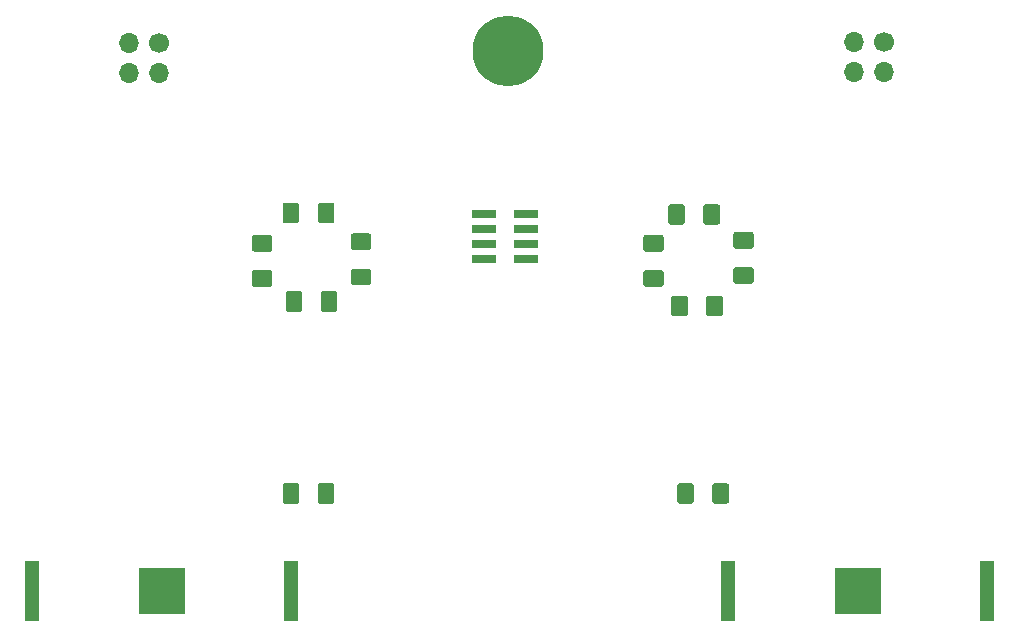
<source format=gbr>
G04 #@! TF.GenerationSoftware,KiCad,Pcbnew,(5.0.0)*
G04 #@! TF.CreationDate,2018-11-20T12:56:54-05:00*
G04 #@! TF.ProjectId,BsidesRock2019,427369646573526F636B323031392E6B,rev?*
G04 #@! TF.SameCoordinates,Original*
G04 #@! TF.FileFunction,Soldermask,Bot*
G04 #@! TF.FilePolarity,Negative*
%FSLAX46Y46*%
G04 Gerber Fmt 4.6, Leading zero omitted, Abs format (unit mm)*
G04 Created by KiCad (PCBNEW (5.0.0)) date 11/20/18 12:56:54*
%MOMM*%
%LPD*%
G01*
G04 APERTURE LIST*
%ADD10R,3.960000X3.960000*%
%ADD11R,1.270000X5.080000*%
%ADD12C,0.100000*%
%ADD13C,1.425000*%
%ADD14O,1.700000X1.700000*%
%ADD15C,1.700000*%
%ADD16C,6.000000*%
%ADD17R,2.100000X0.750000*%
G04 APERTURE END LIST*
D10*
G04 #@! TO.C,BT-2032-1*
X175895000Y-87630000D03*
D11*
X186880000Y-87630000D03*
X164910000Y-87630000D03*
G04 #@! TD*
G04 #@! TO.C,BT-2032-2*
X105982000Y-87630000D03*
X127952000Y-87630000D03*
D10*
X116967000Y-87630000D03*
G04 #@! TD*
D12*
G04 #@! TO.C,R56-Ohm10*
G36*
X166892504Y-60212204D02*
X166916773Y-60215804D01*
X166940571Y-60221765D01*
X166963671Y-60230030D01*
X166985849Y-60240520D01*
X167006893Y-60253133D01*
X167026598Y-60267747D01*
X167044777Y-60284223D01*
X167061253Y-60302402D01*
X167075867Y-60322107D01*
X167088480Y-60343151D01*
X167098970Y-60365329D01*
X167107235Y-60388429D01*
X167113196Y-60412227D01*
X167116796Y-60436496D01*
X167118000Y-60461000D01*
X167118000Y-61386000D01*
X167116796Y-61410504D01*
X167113196Y-61434773D01*
X167107235Y-61458571D01*
X167098970Y-61481671D01*
X167088480Y-61503849D01*
X167075867Y-61524893D01*
X167061253Y-61544598D01*
X167044777Y-61562777D01*
X167026598Y-61579253D01*
X167006893Y-61593867D01*
X166985849Y-61606480D01*
X166963671Y-61616970D01*
X166940571Y-61625235D01*
X166916773Y-61631196D01*
X166892504Y-61634796D01*
X166868000Y-61636000D01*
X165618000Y-61636000D01*
X165593496Y-61634796D01*
X165569227Y-61631196D01*
X165545429Y-61625235D01*
X165522329Y-61616970D01*
X165500151Y-61606480D01*
X165479107Y-61593867D01*
X165459402Y-61579253D01*
X165441223Y-61562777D01*
X165424747Y-61544598D01*
X165410133Y-61524893D01*
X165397520Y-61503849D01*
X165387030Y-61481671D01*
X165378765Y-61458571D01*
X165372804Y-61434773D01*
X165369204Y-61410504D01*
X165368000Y-61386000D01*
X165368000Y-60461000D01*
X165369204Y-60436496D01*
X165372804Y-60412227D01*
X165378765Y-60388429D01*
X165387030Y-60365329D01*
X165397520Y-60343151D01*
X165410133Y-60322107D01*
X165424747Y-60302402D01*
X165441223Y-60284223D01*
X165459402Y-60267747D01*
X165479107Y-60253133D01*
X165500151Y-60240520D01*
X165522329Y-60230030D01*
X165545429Y-60221765D01*
X165569227Y-60215804D01*
X165593496Y-60212204D01*
X165618000Y-60211000D01*
X166868000Y-60211000D01*
X166892504Y-60212204D01*
X166892504Y-60212204D01*
G37*
D13*
X166243000Y-60923500D03*
D12*
G36*
X166892504Y-57237204D02*
X166916773Y-57240804D01*
X166940571Y-57246765D01*
X166963671Y-57255030D01*
X166985849Y-57265520D01*
X167006893Y-57278133D01*
X167026598Y-57292747D01*
X167044777Y-57309223D01*
X167061253Y-57327402D01*
X167075867Y-57347107D01*
X167088480Y-57368151D01*
X167098970Y-57390329D01*
X167107235Y-57413429D01*
X167113196Y-57437227D01*
X167116796Y-57461496D01*
X167118000Y-57486000D01*
X167118000Y-58411000D01*
X167116796Y-58435504D01*
X167113196Y-58459773D01*
X167107235Y-58483571D01*
X167098970Y-58506671D01*
X167088480Y-58528849D01*
X167075867Y-58549893D01*
X167061253Y-58569598D01*
X167044777Y-58587777D01*
X167026598Y-58604253D01*
X167006893Y-58618867D01*
X166985849Y-58631480D01*
X166963671Y-58641970D01*
X166940571Y-58650235D01*
X166916773Y-58656196D01*
X166892504Y-58659796D01*
X166868000Y-58661000D01*
X165618000Y-58661000D01*
X165593496Y-58659796D01*
X165569227Y-58656196D01*
X165545429Y-58650235D01*
X165522329Y-58641970D01*
X165500151Y-58631480D01*
X165479107Y-58618867D01*
X165459402Y-58604253D01*
X165441223Y-58587777D01*
X165424747Y-58569598D01*
X165410133Y-58549893D01*
X165397520Y-58528849D01*
X165387030Y-58506671D01*
X165378765Y-58483571D01*
X165372804Y-58459773D01*
X165369204Y-58435504D01*
X165368000Y-58411000D01*
X165368000Y-57486000D01*
X165369204Y-57461496D01*
X165372804Y-57437227D01*
X165378765Y-57413429D01*
X165387030Y-57390329D01*
X165397520Y-57368151D01*
X165410133Y-57347107D01*
X165424747Y-57327402D01*
X165441223Y-57309223D01*
X165459402Y-57292747D01*
X165479107Y-57278133D01*
X165500151Y-57265520D01*
X165522329Y-57255030D01*
X165545429Y-57246765D01*
X165569227Y-57240804D01*
X165593496Y-57237204D01*
X165618000Y-57236000D01*
X166868000Y-57236000D01*
X166892504Y-57237204D01*
X166892504Y-57237204D01*
G37*
D13*
X166243000Y-57948500D03*
G04 #@! TD*
D12*
G04 #@! TO.C,R56-Ohm8*
G36*
X161051504Y-54879204D02*
X161075773Y-54882804D01*
X161099571Y-54888765D01*
X161122671Y-54897030D01*
X161144849Y-54907520D01*
X161165893Y-54920133D01*
X161185598Y-54934747D01*
X161203777Y-54951223D01*
X161220253Y-54969402D01*
X161234867Y-54989107D01*
X161247480Y-55010151D01*
X161257970Y-55032329D01*
X161266235Y-55055429D01*
X161272196Y-55079227D01*
X161275796Y-55103496D01*
X161277000Y-55128000D01*
X161277000Y-56378000D01*
X161275796Y-56402504D01*
X161272196Y-56426773D01*
X161266235Y-56450571D01*
X161257970Y-56473671D01*
X161247480Y-56495849D01*
X161234867Y-56516893D01*
X161220253Y-56536598D01*
X161203777Y-56554777D01*
X161185598Y-56571253D01*
X161165893Y-56585867D01*
X161144849Y-56598480D01*
X161122671Y-56608970D01*
X161099571Y-56617235D01*
X161075773Y-56623196D01*
X161051504Y-56626796D01*
X161027000Y-56628000D01*
X160102000Y-56628000D01*
X160077496Y-56626796D01*
X160053227Y-56623196D01*
X160029429Y-56617235D01*
X160006329Y-56608970D01*
X159984151Y-56598480D01*
X159963107Y-56585867D01*
X159943402Y-56571253D01*
X159925223Y-56554777D01*
X159908747Y-56536598D01*
X159894133Y-56516893D01*
X159881520Y-56495849D01*
X159871030Y-56473671D01*
X159862765Y-56450571D01*
X159856804Y-56426773D01*
X159853204Y-56402504D01*
X159852000Y-56378000D01*
X159852000Y-55128000D01*
X159853204Y-55103496D01*
X159856804Y-55079227D01*
X159862765Y-55055429D01*
X159871030Y-55032329D01*
X159881520Y-55010151D01*
X159894133Y-54989107D01*
X159908747Y-54969402D01*
X159925223Y-54951223D01*
X159943402Y-54934747D01*
X159963107Y-54920133D01*
X159984151Y-54907520D01*
X160006329Y-54897030D01*
X160029429Y-54888765D01*
X160053227Y-54882804D01*
X160077496Y-54879204D01*
X160102000Y-54878000D01*
X161027000Y-54878000D01*
X161051504Y-54879204D01*
X161051504Y-54879204D01*
G37*
D13*
X160564500Y-55753000D03*
D12*
G36*
X164026504Y-54879204D02*
X164050773Y-54882804D01*
X164074571Y-54888765D01*
X164097671Y-54897030D01*
X164119849Y-54907520D01*
X164140893Y-54920133D01*
X164160598Y-54934747D01*
X164178777Y-54951223D01*
X164195253Y-54969402D01*
X164209867Y-54989107D01*
X164222480Y-55010151D01*
X164232970Y-55032329D01*
X164241235Y-55055429D01*
X164247196Y-55079227D01*
X164250796Y-55103496D01*
X164252000Y-55128000D01*
X164252000Y-56378000D01*
X164250796Y-56402504D01*
X164247196Y-56426773D01*
X164241235Y-56450571D01*
X164232970Y-56473671D01*
X164222480Y-56495849D01*
X164209867Y-56516893D01*
X164195253Y-56536598D01*
X164178777Y-56554777D01*
X164160598Y-56571253D01*
X164140893Y-56585867D01*
X164119849Y-56598480D01*
X164097671Y-56608970D01*
X164074571Y-56617235D01*
X164050773Y-56623196D01*
X164026504Y-56626796D01*
X164002000Y-56628000D01*
X163077000Y-56628000D01*
X163052496Y-56626796D01*
X163028227Y-56623196D01*
X163004429Y-56617235D01*
X162981329Y-56608970D01*
X162959151Y-56598480D01*
X162938107Y-56585867D01*
X162918402Y-56571253D01*
X162900223Y-56554777D01*
X162883747Y-56536598D01*
X162869133Y-56516893D01*
X162856520Y-56495849D01*
X162846030Y-56473671D01*
X162837765Y-56450571D01*
X162831804Y-56426773D01*
X162828204Y-56402504D01*
X162827000Y-56378000D01*
X162827000Y-55128000D01*
X162828204Y-55103496D01*
X162831804Y-55079227D01*
X162837765Y-55055429D01*
X162846030Y-55032329D01*
X162856520Y-55010151D01*
X162869133Y-54989107D01*
X162883747Y-54969402D01*
X162900223Y-54951223D01*
X162918402Y-54934747D01*
X162938107Y-54920133D01*
X162959151Y-54907520D01*
X162981329Y-54897030D01*
X163004429Y-54888765D01*
X163028227Y-54882804D01*
X163052496Y-54879204D01*
X163077000Y-54878000D01*
X164002000Y-54878000D01*
X164026504Y-54879204D01*
X164026504Y-54879204D01*
G37*
D13*
X163539500Y-55753000D03*
G04 #@! TD*
D12*
G04 #@! TO.C,R56-Ohm9*
G36*
X164280504Y-62626204D02*
X164304773Y-62629804D01*
X164328571Y-62635765D01*
X164351671Y-62644030D01*
X164373849Y-62654520D01*
X164394893Y-62667133D01*
X164414598Y-62681747D01*
X164432777Y-62698223D01*
X164449253Y-62716402D01*
X164463867Y-62736107D01*
X164476480Y-62757151D01*
X164486970Y-62779329D01*
X164495235Y-62802429D01*
X164501196Y-62826227D01*
X164504796Y-62850496D01*
X164506000Y-62875000D01*
X164506000Y-64125000D01*
X164504796Y-64149504D01*
X164501196Y-64173773D01*
X164495235Y-64197571D01*
X164486970Y-64220671D01*
X164476480Y-64242849D01*
X164463867Y-64263893D01*
X164449253Y-64283598D01*
X164432777Y-64301777D01*
X164414598Y-64318253D01*
X164394893Y-64332867D01*
X164373849Y-64345480D01*
X164351671Y-64355970D01*
X164328571Y-64364235D01*
X164304773Y-64370196D01*
X164280504Y-64373796D01*
X164256000Y-64375000D01*
X163331000Y-64375000D01*
X163306496Y-64373796D01*
X163282227Y-64370196D01*
X163258429Y-64364235D01*
X163235329Y-64355970D01*
X163213151Y-64345480D01*
X163192107Y-64332867D01*
X163172402Y-64318253D01*
X163154223Y-64301777D01*
X163137747Y-64283598D01*
X163123133Y-64263893D01*
X163110520Y-64242849D01*
X163100030Y-64220671D01*
X163091765Y-64197571D01*
X163085804Y-64173773D01*
X163082204Y-64149504D01*
X163081000Y-64125000D01*
X163081000Y-62875000D01*
X163082204Y-62850496D01*
X163085804Y-62826227D01*
X163091765Y-62802429D01*
X163100030Y-62779329D01*
X163110520Y-62757151D01*
X163123133Y-62736107D01*
X163137747Y-62716402D01*
X163154223Y-62698223D01*
X163172402Y-62681747D01*
X163192107Y-62667133D01*
X163213151Y-62654520D01*
X163235329Y-62644030D01*
X163258429Y-62635765D01*
X163282227Y-62629804D01*
X163306496Y-62626204D01*
X163331000Y-62625000D01*
X164256000Y-62625000D01*
X164280504Y-62626204D01*
X164280504Y-62626204D01*
G37*
D13*
X163793500Y-63500000D03*
D12*
G36*
X161305504Y-62626204D02*
X161329773Y-62629804D01*
X161353571Y-62635765D01*
X161376671Y-62644030D01*
X161398849Y-62654520D01*
X161419893Y-62667133D01*
X161439598Y-62681747D01*
X161457777Y-62698223D01*
X161474253Y-62716402D01*
X161488867Y-62736107D01*
X161501480Y-62757151D01*
X161511970Y-62779329D01*
X161520235Y-62802429D01*
X161526196Y-62826227D01*
X161529796Y-62850496D01*
X161531000Y-62875000D01*
X161531000Y-64125000D01*
X161529796Y-64149504D01*
X161526196Y-64173773D01*
X161520235Y-64197571D01*
X161511970Y-64220671D01*
X161501480Y-64242849D01*
X161488867Y-64263893D01*
X161474253Y-64283598D01*
X161457777Y-64301777D01*
X161439598Y-64318253D01*
X161419893Y-64332867D01*
X161398849Y-64345480D01*
X161376671Y-64355970D01*
X161353571Y-64364235D01*
X161329773Y-64370196D01*
X161305504Y-64373796D01*
X161281000Y-64375000D01*
X160356000Y-64375000D01*
X160331496Y-64373796D01*
X160307227Y-64370196D01*
X160283429Y-64364235D01*
X160260329Y-64355970D01*
X160238151Y-64345480D01*
X160217107Y-64332867D01*
X160197402Y-64318253D01*
X160179223Y-64301777D01*
X160162747Y-64283598D01*
X160148133Y-64263893D01*
X160135520Y-64242849D01*
X160125030Y-64220671D01*
X160116765Y-64197571D01*
X160110804Y-64173773D01*
X160107204Y-64149504D01*
X160106000Y-64125000D01*
X160106000Y-62875000D01*
X160107204Y-62850496D01*
X160110804Y-62826227D01*
X160116765Y-62802429D01*
X160125030Y-62779329D01*
X160135520Y-62757151D01*
X160148133Y-62736107D01*
X160162747Y-62716402D01*
X160179223Y-62698223D01*
X160197402Y-62681747D01*
X160217107Y-62667133D01*
X160238151Y-62654520D01*
X160260329Y-62644030D01*
X160283429Y-62635765D01*
X160307227Y-62629804D01*
X160331496Y-62626204D01*
X160356000Y-62625000D01*
X161281000Y-62625000D01*
X161305504Y-62626204D01*
X161305504Y-62626204D01*
G37*
D13*
X160818500Y-63500000D03*
G04 #@! TD*
D12*
G04 #@! TO.C,R56-Ohm1*
G36*
X126125504Y-60466204D02*
X126149773Y-60469804D01*
X126173571Y-60475765D01*
X126196671Y-60484030D01*
X126218849Y-60494520D01*
X126239893Y-60507133D01*
X126259598Y-60521747D01*
X126277777Y-60538223D01*
X126294253Y-60556402D01*
X126308867Y-60576107D01*
X126321480Y-60597151D01*
X126331970Y-60619329D01*
X126340235Y-60642429D01*
X126346196Y-60666227D01*
X126349796Y-60690496D01*
X126351000Y-60715000D01*
X126351000Y-61640000D01*
X126349796Y-61664504D01*
X126346196Y-61688773D01*
X126340235Y-61712571D01*
X126331970Y-61735671D01*
X126321480Y-61757849D01*
X126308867Y-61778893D01*
X126294253Y-61798598D01*
X126277777Y-61816777D01*
X126259598Y-61833253D01*
X126239893Y-61847867D01*
X126218849Y-61860480D01*
X126196671Y-61870970D01*
X126173571Y-61879235D01*
X126149773Y-61885196D01*
X126125504Y-61888796D01*
X126101000Y-61890000D01*
X124851000Y-61890000D01*
X124826496Y-61888796D01*
X124802227Y-61885196D01*
X124778429Y-61879235D01*
X124755329Y-61870970D01*
X124733151Y-61860480D01*
X124712107Y-61847867D01*
X124692402Y-61833253D01*
X124674223Y-61816777D01*
X124657747Y-61798598D01*
X124643133Y-61778893D01*
X124630520Y-61757849D01*
X124620030Y-61735671D01*
X124611765Y-61712571D01*
X124605804Y-61688773D01*
X124602204Y-61664504D01*
X124601000Y-61640000D01*
X124601000Y-60715000D01*
X124602204Y-60690496D01*
X124605804Y-60666227D01*
X124611765Y-60642429D01*
X124620030Y-60619329D01*
X124630520Y-60597151D01*
X124643133Y-60576107D01*
X124657747Y-60556402D01*
X124674223Y-60538223D01*
X124692402Y-60521747D01*
X124712107Y-60507133D01*
X124733151Y-60494520D01*
X124755329Y-60484030D01*
X124778429Y-60475765D01*
X124802227Y-60469804D01*
X124826496Y-60466204D01*
X124851000Y-60465000D01*
X126101000Y-60465000D01*
X126125504Y-60466204D01*
X126125504Y-60466204D01*
G37*
D13*
X125476000Y-61177500D03*
D12*
G36*
X126125504Y-57491204D02*
X126149773Y-57494804D01*
X126173571Y-57500765D01*
X126196671Y-57509030D01*
X126218849Y-57519520D01*
X126239893Y-57532133D01*
X126259598Y-57546747D01*
X126277777Y-57563223D01*
X126294253Y-57581402D01*
X126308867Y-57601107D01*
X126321480Y-57622151D01*
X126331970Y-57644329D01*
X126340235Y-57667429D01*
X126346196Y-57691227D01*
X126349796Y-57715496D01*
X126351000Y-57740000D01*
X126351000Y-58665000D01*
X126349796Y-58689504D01*
X126346196Y-58713773D01*
X126340235Y-58737571D01*
X126331970Y-58760671D01*
X126321480Y-58782849D01*
X126308867Y-58803893D01*
X126294253Y-58823598D01*
X126277777Y-58841777D01*
X126259598Y-58858253D01*
X126239893Y-58872867D01*
X126218849Y-58885480D01*
X126196671Y-58895970D01*
X126173571Y-58904235D01*
X126149773Y-58910196D01*
X126125504Y-58913796D01*
X126101000Y-58915000D01*
X124851000Y-58915000D01*
X124826496Y-58913796D01*
X124802227Y-58910196D01*
X124778429Y-58904235D01*
X124755329Y-58895970D01*
X124733151Y-58885480D01*
X124712107Y-58872867D01*
X124692402Y-58858253D01*
X124674223Y-58841777D01*
X124657747Y-58823598D01*
X124643133Y-58803893D01*
X124630520Y-58782849D01*
X124620030Y-58760671D01*
X124611765Y-58737571D01*
X124605804Y-58713773D01*
X124602204Y-58689504D01*
X124601000Y-58665000D01*
X124601000Y-57740000D01*
X124602204Y-57715496D01*
X124605804Y-57691227D01*
X124611765Y-57667429D01*
X124620030Y-57644329D01*
X124630520Y-57622151D01*
X124643133Y-57601107D01*
X124657747Y-57581402D01*
X124674223Y-57563223D01*
X124692402Y-57546747D01*
X124712107Y-57532133D01*
X124733151Y-57519520D01*
X124755329Y-57509030D01*
X124778429Y-57500765D01*
X124802227Y-57494804D01*
X124826496Y-57491204D01*
X124851000Y-57490000D01*
X126101000Y-57490000D01*
X126125504Y-57491204D01*
X126125504Y-57491204D01*
G37*
D13*
X125476000Y-58202500D03*
G04 #@! TD*
D12*
G04 #@! TO.C,R56-Ohm2*
G36*
X134507504Y-57364204D02*
X134531773Y-57367804D01*
X134555571Y-57373765D01*
X134578671Y-57382030D01*
X134600849Y-57392520D01*
X134621893Y-57405133D01*
X134641598Y-57419747D01*
X134659777Y-57436223D01*
X134676253Y-57454402D01*
X134690867Y-57474107D01*
X134703480Y-57495151D01*
X134713970Y-57517329D01*
X134722235Y-57540429D01*
X134728196Y-57564227D01*
X134731796Y-57588496D01*
X134733000Y-57613000D01*
X134733000Y-58538000D01*
X134731796Y-58562504D01*
X134728196Y-58586773D01*
X134722235Y-58610571D01*
X134713970Y-58633671D01*
X134703480Y-58655849D01*
X134690867Y-58676893D01*
X134676253Y-58696598D01*
X134659777Y-58714777D01*
X134641598Y-58731253D01*
X134621893Y-58745867D01*
X134600849Y-58758480D01*
X134578671Y-58768970D01*
X134555571Y-58777235D01*
X134531773Y-58783196D01*
X134507504Y-58786796D01*
X134483000Y-58788000D01*
X133233000Y-58788000D01*
X133208496Y-58786796D01*
X133184227Y-58783196D01*
X133160429Y-58777235D01*
X133137329Y-58768970D01*
X133115151Y-58758480D01*
X133094107Y-58745867D01*
X133074402Y-58731253D01*
X133056223Y-58714777D01*
X133039747Y-58696598D01*
X133025133Y-58676893D01*
X133012520Y-58655849D01*
X133002030Y-58633671D01*
X132993765Y-58610571D01*
X132987804Y-58586773D01*
X132984204Y-58562504D01*
X132983000Y-58538000D01*
X132983000Y-57613000D01*
X132984204Y-57588496D01*
X132987804Y-57564227D01*
X132993765Y-57540429D01*
X133002030Y-57517329D01*
X133012520Y-57495151D01*
X133025133Y-57474107D01*
X133039747Y-57454402D01*
X133056223Y-57436223D01*
X133074402Y-57419747D01*
X133094107Y-57405133D01*
X133115151Y-57392520D01*
X133137329Y-57382030D01*
X133160429Y-57373765D01*
X133184227Y-57367804D01*
X133208496Y-57364204D01*
X133233000Y-57363000D01*
X134483000Y-57363000D01*
X134507504Y-57364204D01*
X134507504Y-57364204D01*
G37*
D13*
X133858000Y-58075500D03*
D12*
G36*
X134507504Y-60339204D02*
X134531773Y-60342804D01*
X134555571Y-60348765D01*
X134578671Y-60357030D01*
X134600849Y-60367520D01*
X134621893Y-60380133D01*
X134641598Y-60394747D01*
X134659777Y-60411223D01*
X134676253Y-60429402D01*
X134690867Y-60449107D01*
X134703480Y-60470151D01*
X134713970Y-60492329D01*
X134722235Y-60515429D01*
X134728196Y-60539227D01*
X134731796Y-60563496D01*
X134733000Y-60588000D01*
X134733000Y-61513000D01*
X134731796Y-61537504D01*
X134728196Y-61561773D01*
X134722235Y-61585571D01*
X134713970Y-61608671D01*
X134703480Y-61630849D01*
X134690867Y-61651893D01*
X134676253Y-61671598D01*
X134659777Y-61689777D01*
X134641598Y-61706253D01*
X134621893Y-61720867D01*
X134600849Y-61733480D01*
X134578671Y-61743970D01*
X134555571Y-61752235D01*
X134531773Y-61758196D01*
X134507504Y-61761796D01*
X134483000Y-61763000D01*
X133233000Y-61763000D01*
X133208496Y-61761796D01*
X133184227Y-61758196D01*
X133160429Y-61752235D01*
X133137329Y-61743970D01*
X133115151Y-61733480D01*
X133094107Y-61720867D01*
X133074402Y-61706253D01*
X133056223Y-61689777D01*
X133039747Y-61671598D01*
X133025133Y-61651893D01*
X133012520Y-61630849D01*
X133002030Y-61608671D01*
X132993765Y-61585571D01*
X132987804Y-61561773D01*
X132984204Y-61537504D01*
X132983000Y-61513000D01*
X132983000Y-60588000D01*
X132984204Y-60563496D01*
X132987804Y-60539227D01*
X132993765Y-60515429D01*
X133002030Y-60492329D01*
X133012520Y-60470151D01*
X133025133Y-60449107D01*
X133039747Y-60429402D01*
X133056223Y-60411223D01*
X133074402Y-60394747D01*
X133094107Y-60380133D01*
X133115151Y-60367520D01*
X133137329Y-60357030D01*
X133160429Y-60348765D01*
X133184227Y-60342804D01*
X133208496Y-60339204D01*
X133233000Y-60338000D01*
X134483000Y-60338000D01*
X134507504Y-60339204D01*
X134507504Y-60339204D01*
G37*
D13*
X133858000Y-61050500D03*
G04 #@! TD*
D12*
G04 #@! TO.C,R56-Ohm3*
G36*
X128412504Y-54752204D02*
X128436773Y-54755804D01*
X128460571Y-54761765D01*
X128483671Y-54770030D01*
X128505849Y-54780520D01*
X128526893Y-54793133D01*
X128546598Y-54807747D01*
X128564777Y-54824223D01*
X128581253Y-54842402D01*
X128595867Y-54862107D01*
X128608480Y-54883151D01*
X128618970Y-54905329D01*
X128627235Y-54928429D01*
X128633196Y-54952227D01*
X128636796Y-54976496D01*
X128638000Y-55001000D01*
X128638000Y-56251000D01*
X128636796Y-56275504D01*
X128633196Y-56299773D01*
X128627235Y-56323571D01*
X128618970Y-56346671D01*
X128608480Y-56368849D01*
X128595867Y-56389893D01*
X128581253Y-56409598D01*
X128564777Y-56427777D01*
X128546598Y-56444253D01*
X128526893Y-56458867D01*
X128505849Y-56471480D01*
X128483671Y-56481970D01*
X128460571Y-56490235D01*
X128436773Y-56496196D01*
X128412504Y-56499796D01*
X128388000Y-56501000D01*
X127463000Y-56501000D01*
X127438496Y-56499796D01*
X127414227Y-56496196D01*
X127390429Y-56490235D01*
X127367329Y-56481970D01*
X127345151Y-56471480D01*
X127324107Y-56458867D01*
X127304402Y-56444253D01*
X127286223Y-56427777D01*
X127269747Y-56409598D01*
X127255133Y-56389893D01*
X127242520Y-56368849D01*
X127232030Y-56346671D01*
X127223765Y-56323571D01*
X127217804Y-56299773D01*
X127214204Y-56275504D01*
X127213000Y-56251000D01*
X127213000Y-55001000D01*
X127214204Y-54976496D01*
X127217804Y-54952227D01*
X127223765Y-54928429D01*
X127232030Y-54905329D01*
X127242520Y-54883151D01*
X127255133Y-54862107D01*
X127269747Y-54842402D01*
X127286223Y-54824223D01*
X127304402Y-54807747D01*
X127324107Y-54793133D01*
X127345151Y-54780520D01*
X127367329Y-54770030D01*
X127390429Y-54761765D01*
X127414227Y-54755804D01*
X127438496Y-54752204D01*
X127463000Y-54751000D01*
X128388000Y-54751000D01*
X128412504Y-54752204D01*
X128412504Y-54752204D01*
G37*
D13*
X127925500Y-55626000D03*
D12*
G36*
X131387504Y-54752204D02*
X131411773Y-54755804D01*
X131435571Y-54761765D01*
X131458671Y-54770030D01*
X131480849Y-54780520D01*
X131501893Y-54793133D01*
X131521598Y-54807747D01*
X131539777Y-54824223D01*
X131556253Y-54842402D01*
X131570867Y-54862107D01*
X131583480Y-54883151D01*
X131593970Y-54905329D01*
X131602235Y-54928429D01*
X131608196Y-54952227D01*
X131611796Y-54976496D01*
X131613000Y-55001000D01*
X131613000Y-56251000D01*
X131611796Y-56275504D01*
X131608196Y-56299773D01*
X131602235Y-56323571D01*
X131593970Y-56346671D01*
X131583480Y-56368849D01*
X131570867Y-56389893D01*
X131556253Y-56409598D01*
X131539777Y-56427777D01*
X131521598Y-56444253D01*
X131501893Y-56458867D01*
X131480849Y-56471480D01*
X131458671Y-56481970D01*
X131435571Y-56490235D01*
X131411773Y-56496196D01*
X131387504Y-56499796D01*
X131363000Y-56501000D01*
X130438000Y-56501000D01*
X130413496Y-56499796D01*
X130389227Y-56496196D01*
X130365429Y-56490235D01*
X130342329Y-56481970D01*
X130320151Y-56471480D01*
X130299107Y-56458867D01*
X130279402Y-56444253D01*
X130261223Y-56427777D01*
X130244747Y-56409598D01*
X130230133Y-56389893D01*
X130217520Y-56368849D01*
X130207030Y-56346671D01*
X130198765Y-56323571D01*
X130192804Y-56299773D01*
X130189204Y-56275504D01*
X130188000Y-56251000D01*
X130188000Y-55001000D01*
X130189204Y-54976496D01*
X130192804Y-54952227D01*
X130198765Y-54928429D01*
X130207030Y-54905329D01*
X130217520Y-54883151D01*
X130230133Y-54862107D01*
X130244747Y-54842402D01*
X130261223Y-54824223D01*
X130279402Y-54807747D01*
X130299107Y-54793133D01*
X130320151Y-54780520D01*
X130342329Y-54770030D01*
X130365429Y-54761765D01*
X130389227Y-54755804D01*
X130413496Y-54752204D01*
X130438000Y-54751000D01*
X131363000Y-54751000D01*
X131387504Y-54752204D01*
X131387504Y-54752204D01*
G37*
D13*
X130900500Y-55626000D03*
G04 #@! TD*
D12*
G04 #@! TO.C,R56-Ohm4*
G36*
X131387504Y-78501204D02*
X131411773Y-78504804D01*
X131435571Y-78510765D01*
X131458671Y-78519030D01*
X131480849Y-78529520D01*
X131501893Y-78542133D01*
X131521598Y-78556747D01*
X131539777Y-78573223D01*
X131556253Y-78591402D01*
X131570867Y-78611107D01*
X131583480Y-78632151D01*
X131593970Y-78654329D01*
X131602235Y-78677429D01*
X131608196Y-78701227D01*
X131611796Y-78725496D01*
X131613000Y-78750000D01*
X131613000Y-80000000D01*
X131611796Y-80024504D01*
X131608196Y-80048773D01*
X131602235Y-80072571D01*
X131593970Y-80095671D01*
X131583480Y-80117849D01*
X131570867Y-80138893D01*
X131556253Y-80158598D01*
X131539777Y-80176777D01*
X131521598Y-80193253D01*
X131501893Y-80207867D01*
X131480849Y-80220480D01*
X131458671Y-80230970D01*
X131435571Y-80239235D01*
X131411773Y-80245196D01*
X131387504Y-80248796D01*
X131363000Y-80250000D01*
X130438000Y-80250000D01*
X130413496Y-80248796D01*
X130389227Y-80245196D01*
X130365429Y-80239235D01*
X130342329Y-80230970D01*
X130320151Y-80220480D01*
X130299107Y-80207867D01*
X130279402Y-80193253D01*
X130261223Y-80176777D01*
X130244747Y-80158598D01*
X130230133Y-80138893D01*
X130217520Y-80117849D01*
X130207030Y-80095671D01*
X130198765Y-80072571D01*
X130192804Y-80048773D01*
X130189204Y-80024504D01*
X130188000Y-80000000D01*
X130188000Y-78750000D01*
X130189204Y-78725496D01*
X130192804Y-78701227D01*
X130198765Y-78677429D01*
X130207030Y-78654329D01*
X130217520Y-78632151D01*
X130230133Y-78611107D01*
X130244747Y-78591402D01*
X130261223Y-78573223D01*
X130279402Y-78556747D01*
X130299107Y-78542133D01*
X130320151Y-78529520D01*
X130342329Y-78519030D01*
X130365429Y-78510765D01*
X130389227Y-78504804D01*
X130413496Y-78501204D01*
X130438000Y-78500000D01*
X131363000Y-78500000D01*
X131387504Y-78501204D01*
X131387504Y-78501204D01*
G37*
D13*
X130900500Y-79375000D03*
D12*
G36*
X128412504Y-78501204D02*
X128436773Y-78504804D01*
X128460571Y-78510765D01*
X128483671Y-78519030D01*
X128505849Y-78529520D01*
X128526893Y-78542133D01*
X128546598Y-78556747D01*
X128564777Y-78573223D01*
X128581253Y-78591402D01*
X128595867Y-78611107D01*
X128608480Y-78632151D01*
X128618970Y-78654329D01*
X128627235Y-78677429D01*
X128633196Y-78701227D01*
X128636796Y-78725496D01*
X128638000Y-78750000D01*
X128638000Y-80000000D01*
X128636796Y-80024504D01*
X128633196Y-80048773D01*
X128627235Y-80072571D01*
X128618970Y-80095671D01*
X128608480Y-80117849D01*
X128595867Y-80138893D01*
X128581253Y-80158598D01*
X128564777Y-80176777D01*
X128546598Y-80193253D01*
X128526893Y-80207867D01*
X128505849Y-80220480D01*
X128483671Y-80230970D01*
X128460571Y-80239235D01*
X128436773Y-80245196D01*
X128412504Y-80248796D01*
X128388000Y-80250000D01*
X127463000Y-80250000D01*
X127438496Y-80248796D01*
X127414227Y-80245196D01*
X127390429Y-80239235D01*
X127367329Y-80230970D01*
X127345151Y-80220480D01*
X127324107Y-80207867D01*
X127304402Y-80193253D01*
X127286223Y-80176777D01*
X127269747Y-80158598D01*
X127255133Y-80138893D01*
X127242520Y-80117849D01*
X127232030Y-80095671D01*
X127223765Y-80072571D01*
X127217804Y-80048773D01*
X127214204Y-80024504D01*
X127213000Y-80000000D01*
X127213000Y-78750000D01*
X127214204Y-78725496D01*
X127217804Y-78701227D01*
X127223765Y-78677429D01*
X127232030Y-78654329D01*
X127242520Y-78632151D01*
X127255133Y-78611107D01*
X127269747Y-78591402D01*
X127286223Y-78573223D01*
X127304402Y-78556747D01*
X127324107Y-78542133D01*
X127345151Y-78529520D01*
X127367329Y-78519030D01*
X127390429Y-78510765D01*
X127414227Y-78504804D01*
X127438496Y-78501204D01*
X127463000Y-78500000D01*
X128388000Y-78500000D01*
X128412504Y-78501204D01*
X128412504Y-78501204D01*
G37*
D13*
X127925500Y-79375000D03*
G04 #@! TD*
D12*
G04 #@! TO.C,R56-Ohm5*
G36*
X128666504Y-62245204D02*
X128690773Y-62248804D01*
X128714571Y-62254765D01*
X128737671Y-62263030D01*
X128759849Y-62273520D01*
X128780893Y-62286133D01*
X128800598Y-62300747D01*
X128818777Y-62317223D01*
X128835253Y-62335402D01*
X128849867Y-62355107D01*
X128862480Y-62376151D01*
X128872970Y-62398329D01*
X128881235Y-62421429D01*
X128887196Y-62445227D01*
X128890796Y-62469496D01*
X128892000Y-62494000D01*
X128892000Y-63744000D01*
X128890796Y-63768504D01*
X128887196Y-63792773D01*
X128881235Y-63816571D01*
X128872970Y-63839671D01*
X128862480Y-63861849D01*
X128849867Y-63882893D01*
X128835253Y-63902598D01*
X128818777Y-63920777D01*
X128800598Y-63937253D01*
X128780893Y-63951867D01*
X128759849Y-63964480D01*
X128737671Y-63974970D01*
X128714571Y-63983235D01*
X128690773Y-63989196D01*
X128666504Y-63992796D01*
X128642000Y-63994000D01*
X127717000Y-63994000D01*
X127692496Y-63992796D01*
X127668227Y-63989196D01*
X127644429Y-63983235D01*
X127621329Y-63974970D01*
X127599151Y-63964480D01*
X127578107Y-63951867D01*
X127558402Y-63937253D01*
X127540223Y-63920777D01*
X127523747Y-63902598D01*
X127509133Y-63882893D01*
X127496520Y-63861849D01*
X127486030Y-63839671D01*
X127477765Y-63816571D01*
X127471804Y-63792773D01*
X127468204Y-63768504D01*
X127467000Y-63744000D01*
X127467000Y-62494000D01*
X127468204Y-62469496D01*
X127471804Y-62445227D01*
X127477765Y-62421429D01*
X127486030Y-62398329D01*
X127496520Y-62376151D01*
X127509133Y-62355107D01*
X127523747Y-62335402D01*
X127540223Y-62317223D01*
X127558402Y-62300747D01*
X127578107Y-62286133D01*
X127599151Y-62273520D01*
X127621329Y-62263030D01*
X127644429Y-62254765D01*
X127668227Y-62248804D01*
X127692496Y-62245204D01*
X127717000Y-62244000D01*
X128642000Y-62244000D01*
X128666504Y-62245204D01*
X128666504Y-62245204D01*
G37*
D13*
X128179500Y-63119000D03*
D12*
G36*
X131641504Y-62245204D02*
X131665773Y-62248804D01*
X131689571Y-62254765D01*
X131712671Y-62263030D01*
X131734849Y-62273520D01*
X131755893Y-62286133D01*
X131775598Y-62300747D01*
X131793777Y-62317223D01*
X131810253Y-62335402D01*
X131824867Y-62355107D01*
X131837480Y-62376151D01*
X131847970Y-62398329D01*
X131856235Y-62421429D01*
X131862196Y-62445227D01*
X131865796Y-62469496D01*
X131867000Y-62494000D01*
X131867000Y-63744000D01*
X131865796Y-63768504D01*
X131862196Y-63792773D01*
X131856235Y-63816571D01*
X131847970Y-63839671D01*
X131837480Y-63861849D01*
X131824867Y-63882893D01*
X131810253Y-63902598D01*
X131793777Y-63920777D01*
X131775598Y-63937253D01*
X131755893Y-63951867D01*
X131734849Y-63964480D01*
X131712671Y-63974970D01*
X131689571Y-63983235D01*
X131665773Y-63989196D01*
X131641504Y-63992796D01*
X131617000Y-63994000D01*
X130692000Y-63994000D01*
X130667496Y-63992796D01*
X130643227Y-63989196D01*
X130619429Y-63983235D01*
X130596329Y-63974970D01*
X130574151Y-63964480D01*
X130553107Y-63951867D01*
X130533402Y-63937253D01*
X130515223Y-63920777D01*
X130498747Y-63902598D01*
X130484133Y-63882893D01*
X130471520Y-63861849D01*
X130461030Y-63839671D01*
X130452765Y-63816571D01*
X130446804Y-63792773D01*
X130443204Y-63768504D01*
X130442000Y-63744000D01*
X130442000Y-62494000D01*
X130443204Y-62469496D01*
X130446804Y-62445227D01*
X130452765Y-62421429D01*
X130461030Y-62398329D01*
X130471520Y-62376151D01*
X130484133Y-62355107D01*
X130498747Y-62335402D01*
X130515223Y-62317223D01*
X130533402Y-62300747D01*
X130553107Y-62286133D01*
X130574151Y-62273520D01*
X130596329Y-62263030D01*
X130619429Y-62254765D01*
X130643227Y-62248804D01*
X130667496Y-62245204D01*
X130692000Y-62244000D01*
X131617000Y-62244000D01*
X131641504Y-62245204D01*
X131641504Y-62245204D01*
G37*
D13*
X131154500Y-63119000D03*
G04 #@! TD*
D12*
G04 #@! TO.C,R56-Ohm6*
G36*
X164788504Y-78501204D02*
X164812773Y-78504804D01*
X164836571Y-78510765D01*
X164859671Y-78519030D01*
X164881849Y-78529520D01*
X164902893Y-78542133D01*
X164922598Y-78556747D01*
X164940777Y-78573223D01*
X164957253Y-78591402D01*
X164971867Y-78611107D01*
X164984480Y-78632151D01*
X164994970Y-78654329D01*
X165003235Y-78677429D01*
X165009196Y-78701227D01*
X165012796Y-78725496D01*
X165014000Y-78750000D01*
X165014000Y-80000000D01*
X165012796Y-80024504D01*
X165009196Y-80048773D01*
X165003235Y-80072571D01*
X164994970Y-80095671D01*
X164984480Y-80117849D01*
X164971867Y-80138893D01*
X164957253Y-80158598D01*
X164940777Y-80176777D01*
X164922598Y-80193253D01*
X164902893Y-80207867D01*
X164881849Y-80220480D01*
X164859671Y-80230970D01*
X164836571Y-80239235D01*
X164812773Y-80245196D01*
X164788504Y-80248796D01*
X164764000Y-80250000D01*
X163839000Y-80250000D01*
X163814496Y-80248796D01*
X163790227Y-80245196D01*
X163766429Y-80239235D01*
X163743329Y-80230970D01*
X163721151Y-80220480D01*
X163700107Y-80207867D01*
X163680402Y-80193253D01*
X163662223Y-80176777D01*
X163645747Y-80158598D01*
X163631133Y-80138893D01*
X163618520Y-80117849D01*
X163608030Y-80095671D01*
X163599765Y-80072571D01*
X163593804Y-80048773D01*
X163590204Y-80024504D01*
X163589000Y-80000000D01*
X163589000Y-78750000D01*
X163590204Y-78725496D01*
X163593804Y-78701227D01*
X163599765Y-78677429D01*
X163608030Y-78654329D01*
X163618520Y-78632151D01*
X163631133Y-78611107D01*
X163645747Y-78591402D01*
X163662223Y-78573223D01*
X163680402Y-78556747D01*
X163700107Y-78542133D01*
X163721151Y-78529520D01*
X163743329Y-78519030D01*
X163766429Y-78510765D01*
X163790227Y-78504804D01*
X163814496Y-78501204D01*
X163839000Y-78500000D01*
X164764000Y-78500000D01*
X164788504Y-78501204D01*
X164788504Y-78501204D01*
G37*
D13*
X164301500Y-79375000D03*
D12*
G36*
X161813504Y-78501204D02*
X161837773Y-78504804D01*
X161861571Y-78510765D01*
X161884671Y-78519030D01*
X161906849Y-78529520D01*
X161927893Y-78542133D01*
X161947598Y-78556747D01*
X161965777Y-78573223D01*
X161982253Y-78591402D01*
X161996867Y-78611107D01*
X162009480Y-78632151D01*
X162019970Y-78654329D01*
X162028235Y-78677429D01*
X162034196Y-78701227D01*
X162037796Y-78725496D01*
X162039000Y-78750000D01*
X162039000Y-80000000D01*
X162037796Y-80024504D01*
X162034196Y-80048773D01*
X162028235Y-80072571D01*
X162019970Y-80095671D01*
X162009480Y-80117849D01*
X161996867Y-80138893D01*
X161982253Y-80158598D01*
X161965777Y-80176777D01*
X161947598Y-80193253D01*
X161927893Y-80207867D01*
X161906849Y-80220480D01*
X161884671Y-80230970D01*
X161861571Y-80239235D01*
X161837773Y-80245196D01*
X161813504Y-80248796D01*
X161789000Y-80250000D01*
X160864000Y-80250000D01*
X160839496Y-80248796D01*
X160815227Y-80245196D01*
X160791429Y-80239235D01*
X160768329Y-80230970D01*
X160746151Y-80220480D01*
X160725107Y-80207867D01*
X160705402Y-80193253D01*
X160687223Y-80176777D01*
X160670747Y-80158598D01*
X160656133Y-80138893D01*
X160643520Y-80117849D01*
X160633030Y-80095671D01*
X160624765Y-80072571D01*
X160618804Y-80048773D01*
X160615204Y-80024504D01*
X160614000Y-80000000D01*
X160614000Y-78750000D01*
X160615204Y-78725496D01*
X160618804Y-78701227D01*
X160624765Y-78677429D01*
X160633030Y-78654329D01*
X160643520Y-78632151D01*
X160656133Y-78611107D01*
X160670747Y-78591402D01*
X160687223Y-78573223D01*
X160705402Y-78556747D01*
X160725107Y-78542133D01*
X160746151Y-78529520D01*
X160768329Y-78519030D01*
X160791429Y-78510765D01*
X160815227Y-78504804D01*
X160839496Y-78501204D01*
X160864000Y-78500000D01*
X161789000Y-78500000D01*
X161813504Y-78501204D01*
X161813504Y-78501204D01*
G37*
D13*
X161326500Y-79375000D03*
G04 #@! TD*
D12*
G04 #@! TO.C,R56-Ohm7*
G36*
X159272504Y-60466204D02*
X159296773Y-60469804D01*
X159320571Y-60475765D01*
X159343671Y-60484030D01*
X159365849Y-60494520D01*
X159386893Y-60507133D01*
X159406598Y-60521747D01*
X159424777Y-60538223D01*
X159441253Y-60556402D01*
X159455867Y-60576107D01*
X159468480Y-60597151D01*
X159478970Y-60619329D01*
X159487235Y-60642429D01*
X159493196Y-60666227D01*
X159496796Y-60690496D01*
X159498000Y-60715000D01*
X159498000Y-61640000D01*
X159496796Y-61664504D01*
X159493196Y-61688773D01*
X159487235Y-61712571D01*
X159478970Y-61735671D01*
X159468480Y-61757849D01*
X159455867Y-61778893D01*
X159441253Y-61798598D01*
X159424777Y-61816777D01*
X159406598Y-61833253D01*
X159386893Y-61847867D01*
X159365849Y-61860480D01*
X159343671Y-61870970D01*
X159320571Y-61879235D01*
X159296773Y-61885196D01*
X159272504Y-61888796D01*
X159248000Y-61890000D01*
X157998000Y-61890000D01*
X157973496Y-61888796D01*
X157949227Y-61885196D01*
X157925429Y-61879235D01*
X157902329Y-61870970D01*
X157880151Y-61860480D01*
X157859107Y-61847867D01*
X157839402Y-61833253D01*
X157821223Y-61816777D01*
X157804747Y-61798598D01*
X157790133Y-61778893D01*
X157777520Y-61757849D01*
X157767030Y-61735671D01*
X157758765Y-61712571D01*
X157752804Y-61688773D01*
X157749204Y-61664504D01*
X157748000Y-61640000D01*
X157748000Y-60715000D01*
X157749204Y-60690496D01*
X157752804Y-60666227D01*
X157758765Y-60642429D01*
X157767030Y-60619329D01*
X157777520Y-60597151D01*
X157790133Y-60576107D01*
X157804747Y-60556402D01*
X157821223Y-60538223D01*
X157839402Y-60521747D01*
X157859107Y-60507133D01*
X157880151Y-60494520D01*
X157902329Y-60484030D01*
X157925429Y-60475765D01*
X157949227Y-60469804D01*
X157973496Y-60466204D01*
X157998000Y-60465000D01*
X159248000Y-60465000D01*
X159272504Y-60466204D01*
X159272504Y-60466204D01*
G37*
D13*
X158623000Y-61177500D03*
D12*
G36*
X159272504Y-57491204D02*
X159296773Y-57494804D01*
X159320571Y-57500765D01*
X159343671Y-57509030D01*
X159365849Y-57519520D01*
X159386893Y-57532133D01*
X159406598Y-57546747D01*
X159424777Y-57563223D01*
X159441253Y-57581402D01*
X159455867Y-57601107D01*
X159468480Y-57622151D01*
X159478970Y-57644329D01*
X159487235Y-57667429D01*
X159493196Y-57691227D01*
X159496796Y-57715496D01*
X159498000Y-57740000D01*
X159498000Y-58665000D01*
X159496796Y-58689504D01*
X159493196Y-58713773D01*
X159487235Y-58737571D01*
X159478970Y-58760671D01*
X159468480Y-58782849D01*
X159455867Y-58803893D01*
X159441253Y-58823598D01*
X159424777Y-58841777D01*
X159406598Y-58858253D01*
X159386893Y-58872867D01*
X159365849Y-58885480D01*
X159343671Y-58895970D01*
X159320571Y-58904235D01*
X159296773Y-58910196D01*
X159272504Y-58913796D01*
X159248000Y-58915000D01*
X157998000Y-58915000D01*
X157973496Y-58913796D01*
X157949227Y-58910196D01*
X157925429Y-58904235D01*
X157902329Y-58895970D01*
X157880151Y-58885480D01*
X157859107Y-58872867D01*
X157839402Y-58858253D01*
X157821223Y-58841777D01*
X157804747Y-58823598D01*
X157790133Y-58803893D01*
X157777520Y-58782849D01*
X157767030Y-58760671D01*
X157758765Y-58737571D01*
X157752804Y-58713773D01*
X157749204Y-58689504D01*
X157748000Y-58665000D01*
X157748000Y-57740000D01*
X157749204Y-57715496D01*
X157752804Y-57691227D01*
X157758765Y-57667429D01*
X157767030Y-57644329D01*
X157777520Y-57622151D01*
X157790133Y-57601107D01*
X157804747Y-57581402D01*
X157821223Y-57563223D01*
X157839402Y-57546747D01*
X157859107Y-57532133D01*
X157880151Y-57519520D01*
X157902329Y-57509030D01*
X157925429Y-57500765D01*
X157949227Y-57494804D01*
X157973496Y-57491204D01*
X157998000Y-57490000D01*
X159248000Y-57490000D01*
X159272504Y-57491204D01*
X159272504Y-57491204D01*
G37*
D13*
X158623000Y-58202500D03*
G04 #@! TD*
D14*
G04 #@! TO.C,J2*
X114230000Y-43770000D03*
X114230000Y-41230000D03*
X116770000Y-43770000D03*
D15*
X116770000Y-41230000D03*
G04 #@! TD*
D14*
G04 #@! TO.C,J2*
X175630000Y-43670000D03*
X175630000Y-41130000D03*
X178170000Y-43670000D03*
D15*
X178170000Y-41130000D03*
G04 #@! TD*
D16*
G04 #@! TO.C,BLANKHOLE*
X146304000Y-41910000D03*
G04 #@! TD*
D17*
G04 #@! TO.C,SMDPROGCONN*
X144250000Y-55753000D03*
X147850000Y-55753000D03*
X144250000Y-57023000D03*
X147850000Y-57023000D03*
X144250000Y-58293000D03*
X147850000Y-58293000D03*
X144250000Y-59563000D03*
X147850000Y-59563000D03*
G04 #@! TD*
M02*

</source>
